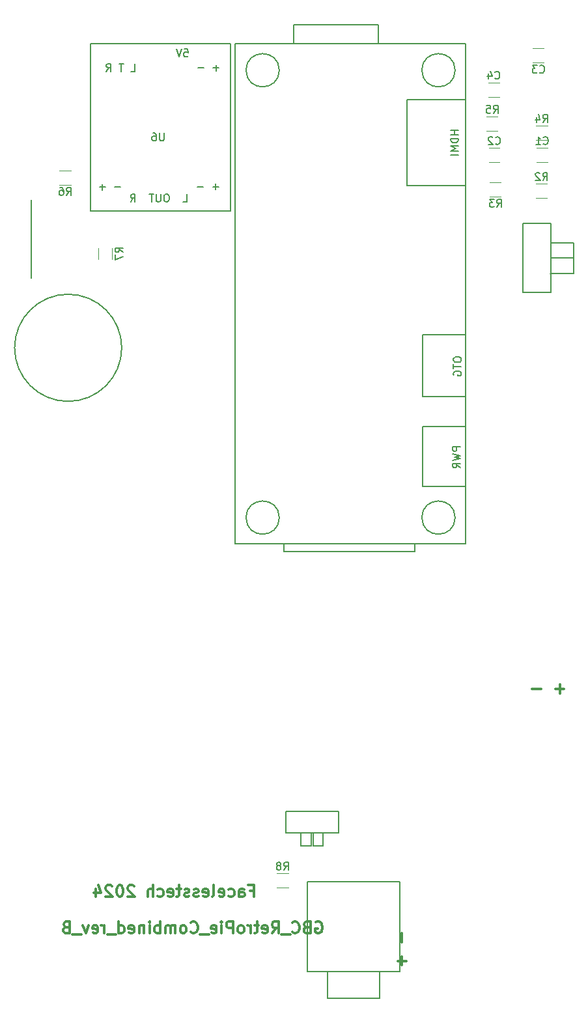
<source format=gbr>
%TF.GenerationSoftware,KiCad,Pcbnew,8.0.5*%
%TF.CreationDate,2024-11-18T11:08:29+00:00*%
%TF.ProjectId,gbc_retrozero_combined,6762635f-7265-4747-926f-7a65726f5f63,rev?*%
%TF.SameCoordinates,Original*%
%TF.FileFunction,Legend,Bot*%
%TF.FilePolarity,Positive*%
%FSLAX46Y46*%
G04 Gerber Fmt 4.6, Leading zero omitted, Abs format (unit mm)*
G04 Created by KiCad (PCBNEW 8.0.5) date 2024-11-18 11:08:29*
%MOMM*%
%LPD*%
G01*
G04 APERTURE LIST*
%ADD10C,0.300000*%
%ADD11C,0.150000*%
%ADD12C,0.120000*%
G04 APERTURE END LIST*
D10*
X136502227Y-161980894D02*
X137002227Y-161980894D01*
X137002227Y-162766608D02*
X137002227Y-161266608D01*
X137002227Y-161266608D02*
X136287941Y-161266608D01*
X135073656Y-162766608D02*
X135073656Y-161980894D01*
X135073656Y-161980894D02*
X135145084Y-161838037D01*
X135145084Y-161838037D02*
X135287941Y-161766608D01*
X135287941Y-161766608D02*
X135573656Y-161766608D01*
X135573656Y-161766608D02*
X135716513Y-161838037D01*
X135073656Y-162695180D02*
X135216513Y-162766608D01*
X135216513Y-162766608D02*
X135573656Y-162766608D01*
X135573656Y-162766608D02*
X135716513Y-162695180D01*
X135716513Y-162695180D02*
X135787941Y-162552322D01*
X135787941Y-162552322D02*
X135787941Y-162409465D01*
X135787941Y-162409465D02*
X135716513Y-162266608D01*
X135716513Y-162266608D02*
X135573656Y-162195180D01*
X135573656Y-162195180D02*
X135216513Y-162195180D01*
X135216513Y-162195180D02*
X135073656Y-162123751D01*
X133716513Y-162695180D02*
X133859370Y-162766608D01*
X133859370Y-162766608D02*
X134145084Y-162766608D01*
X134145084Y-162766608D02*
X134287941Y-162695180D01*
X134287941Y-162695180D02*
X134359370Y-162623751D01*
X134359370Y-162623751D02*
X134430798Y-162480894D01*
X134430798Y-162480894D02*
X134430798Y-162052322D01*
X134430798Y-162052322D02*
X134359370Y-161909465D01*
X134359370Y-161909465D02*
X134287941Y-161838037D01*
X134287941Y-161838037D02*
X134145084Y-161766608D01*
X134145084Y-161766608D02*
X133859370Y-161766608D01*
X133859370Y-161766608D02*
X133716513Y-161838037D01*
X132502227Y-162695180D02*
X132645084Y-162766608D01*
X132645084Y-162766608D02*
X132930799Y-162766608D01*
X132930799Y-162766608D02*
X133073656Y-162695180D01*
X133073656Y-162695180D02*
X133145084Y-162552322D01*
X133145084Y-162552322D02*
X133145084Y-161980894D01*
X133145084Y-161980894D02*
X133073656Y-161838037D01*
X133073656Y-161838037D02*
X132930799Y-161766608D01*
X132930799Y-161766608D02*
X132645084Y-161766608D01*
X132645084Y-161766608D02*
X132502227Y-161838037D01*
X132502227Y-161838037D02*
X132430799Y-161980894D01*
X132430799Y-161980894D02*
X132430799Y-162123751D01*
X132430799Y-162123751D02*
X133145084Y-162266608D01*
X131573656Y-162766608D02*
X131716513Y-162695180D01*
X131716513Y-162695180D02*
X131787942Y-162552322D01*
X131787942Y-162552322D02*
X131787942Y-161266608D01*
X130430799Y-162695180D02*
X130573656Y-162766608D01*
X130573656Y-162766608D02*
X130859371Y-162766608D01*
X130859371Y-162766608D02*
X131002228Y-162695180D01*
X131002228Y-162695180D02*
X131073656Y-162552322D01*
X131073656Y-162552322D02*
X131073656Y-161980894D01*
X131073656Y-161980894D02*
X131002228Y-161838037D01*
X131002228Y-161838037D02*
X130859371Y-161766608D01*
X130859371Y-161766608D02*
X130573656Y-161766608D01*
X130573656Y-161766608D02*
X130430799Y-161838037D01*
X130430799Y-161838037D02*
X130359371Y-161980894D01*
X130359371Y-161980894D02*
X130359371Y-162123751D01*
X130359371Y-162123751D02*
X131073656Y-162266608D01*
X129787942Y-162695180D02*
X129645085Y-162766608D01*
X129645085Y-162766608D02*
X129359371Y-162766608D01*
X129359371Y-162766608D02*
X129216514Y-162695180D01*
X129216514Y-162695180D02*
X129145085Y-162552322D01*
X129145085Y-162552322D02*
X129145085Y-162480894D01*
X129145085Y-162480894D02*
X129216514Y-162338037D01*
X129216514Y-162338037D02*
X129359371Y-162266608D01*
X129359371Y-162266608D02*
X129573657Y-162266608D01*
X129573657Y-162266608D02*
X129716514Y-162195180D01*
X129716514Y-162195180D02*
X129787942Y-162052322D01*
X129787942Y-162052322D02*
X129787942Y-161980894D01*
X129787942Y-161980894D02*
X129716514Y-161838037D01*
X129716514Y-161838037D02*
X129573657Y-161766608D01*
X129573657Y-161766608D02*
X129359371Y-161766608D01*
X129359371Y-161766608D02*
X129216514Y-161838037D01*
X128573656Y-162695180D02*
X128430799Y-162766608D01*
X128430799Y-162766608D02*
X128145085Y-162766608D01*
X128145085Y-162766608D02*
X128002228Y-162695180D01*
X128002228Y-162695180D02*
X127930799Y-162552322D01*
X127930799Y-162552322D02*
X127930799Y-162480894D01*
X127930799Y-162480894D02*
X128002228Y-162338037D01*
X128002228Y-162338037D02*
X128145085Y-162266608D01*
X128145085Y-162266608D02*
X128359371Y-162266608D01*
X128359371Y-162266608D02*
X128502228Y-162195180D01*
X128502228Y-162195180D02*
X128573656Y-162052322D01*
X128573656Y-162052322D02*
X128573656Y-161980894D01*
X128573656Y-161980894D02*
X128502228Y-161838037D01*
X128502228Y-161838037D02*
X128359371Y-161766608D01*
X128359371Y-161766608D02*
X128145085Y-161766608D01*
X128145085Y-161766608D02*
X128002228Y-161838037D01*
X127502227Y-161766608D02*
X126930799Y-161766608D01*
X127287942Y-161266608D02*
X127287942Y-162552322D01*
X127287942Y-162552322D02*
X127216513Y-162695180D01*
X127216513Y-162695180D02*
X127073656Y-162766608D01*
X127073656Y-162766608D02*
X126930799Y-162766608D01*
X125859370Y-162695180D02*
X126002227Y-162766608D01*
X126002227Y-162766608D02*
X126287942Y-162766608D01*
X126287942Y-162766608D02*
X126430799Y-162695180D01*
X126430799Y-162695180D02*
X126502227Y-162552322D01*
X126502227Y-162552322D02*
X126502227Y-161980894D01*
X126502227Y-161980894D02*
X126430799Y-161838037D01*
X126430799Y-161838037D02*
X126287942Y-161766608D01*
X126287942Y-161766608D02*
X126002227Y-161766608D01*
X126002227Y-161766608D02*
X125859370Y-161838037D01*
X125859370Y-161838037D02*
X125787942Y-161980894D01*
X125787942Y-161980894D02*
X125787942Y-162123751D01*
X125787942Y-162123751D02*
X126502227Y-162266608D01*
X124502228Y-162695180D02*
X124645085Y-162766608D01*
X124645085Y-162766608D02*
X124930799Y-162766608D01*
X124930799Y-162766608D02*
X125073656Y-162695180D01*
X125073656Y-162695180D02*
X125145085Y-162623751D01*
X125145085Y-162623751D02*
X125216513Y-162480894D01*
X125216513Y-162480894D02*
X125216513Y-162052322D01*
X125216513Y-162052322D02*
X125145085Y-161909465D01*
X125145085Y-161909465D02*
X125073656Y-161838037D01*
X125073656Y-161838037D02*
X124930799Y-161766608D01*
X124930799Y-161766608D02*
X124645085Y-161766608D01*
X124645085Y-161766608D02*
X124502228Y-161838037D01*
X123859371Y-162766608D02*
X123859371Y-161266608D01*
X123216514Y-162766608D02*
X123216514Y-161980894D01*
X123216514Y-161980894D02*
X123287942Y-161838037D01*
X123287942Y-161838037D02*
X123430799Y-161766608D01*
X123430799Y-161766608D02*
X123645085Y-161766608D01*
X123645085Y-161766608D02*
X123787942Y-161838037D01*
X123787942Y-161838037D02*
X123859371Y-161909465D01*
X121430799Y-161409465D02*
X121359371Y-161338037D01*
X121359371Y-161338037D02*
X121216514Y-161266608D01*
X121216514Y-161266608D02*
X120859371Y-161266608D01*
X120859371Y-161266608D02*
X120716514Y-161338037D01*
X120716514Y-161338037D02*
X120645085Y-161409465D01*
X120645085Y-161409465D02*
X120573656Y-161552322D01*
X120573656Y-161552322D02*
X120573656Y-161695180D01*
X120573656Y-161695180D02*
X120645085Y-161909465D01*
X120645085Y-161909465D02*
X121502228Y-162766608D01*
X121502228Y-162766608D02*
X120573656Y-162766608D01*
X119645085Y-161266608D02*
X119502228Y-161266608D01*
X119502228Y-161266608D02*
X119359371Y-161338037D01*
X119359371Y-161338037D02*
X119287943Y-161409465D01*
X119287943Y-161409465D02*
X119216514Y-161552322D01*
X119216514Y-161552322D02*
X119145085Y-161838037D01*
X119145085Y-161838037D02*
X119145085Y-162195180D01*
X119145085Y-162195180D02*
X119216514Y-162480894D01*
X119216514Y-162480894D02*
X119287943Y-162623751D01*
X119287943Y-162623751D02*
X119359371Y-162695180D01*
X119359371Y-162695180D02*
X119502228Y-162766608D01*
X119502228Y-162766608D02*
X119645085Y-162766608D01*
X119645085Y-162766608D02*
X119787943Y-162695180D01*
X119787943Y-162695180D02*
X119859371Y-162623751D01*
X119859371Y-162623751D02*
X119930800Y-162480894D01*
X119930800Y-162480894D02*
X120002228Y-162195180D01*
X120002228Y-162195180D02*
X120002228Y-161838037D01*
X120002228Y-161838037D02*
X119930800Y-161552322D01*
X119930800Y-161552322D02*
X119859371Y-161409465D01*
X119859371Y-161409465D02*
X119787943Y-161338037D01*
X119787943Y-161338037D02*
X119645085Y-161266608D01*
X118573657Y-161409465D02*
X118502229Y-161338037D01*
X118502229Y-161338037D02*
X118359372Y-161266608D01*
X118359372Y-161266608D02*
X118002229Y-161266608D01*
X118002229Y-161266608D02*
X117859372Y-161338037D01*
X117859372Y-161338037D02*
X117787943Y-161409465D01*
X117787943Y-161409465D02*
X117716514Y-161552322D01*
X117716514Y-161552322D02*
X117716514Y-161695180D01*
X117716514Y-161695180D02*
X117787943Y-161909465D01*
X117787943Y-161909465D02*
X118645086Y-162766608D01*
X118645086Y-162766608D02*
X117716514Y-162766608D01*
X116430801Y-161766608D02*
X116430801Y-162766608D01*
X116787943Y-161195180D02*
X117145086Y-162266608D01*
X117145086Y-162266608D02*
X116216515Y-162266608D01*
X173194510Y-135739400D02*
X174337368Y-135739400D01*
X176194510Y-135739400D02*
X177337368Y-135739400D01*
X176765939Y-136310828D02*
X176765939Y-135167971D01*
X156270600Y-167534510D02*
X156270600Y-168677368D01*
X156270600Y-170534510D02*
X156270600Y-171677368D01*
X155699171Y-171105939D02*
X156842028Y-171105939D01*
X145068398Y-166075137D02*
X145211256Y-166003708D01*
X145211256Y-166003708D02*
X145425541Y-166003708D01*
X145425541Y-166003708D02*
X145639827Y-166075137D01*
X145639827Y-166075137D02*
X145782684Y-166217994D01*
X145782684Y-166217994D02*
X145854113Y-166360851D01*
X145854113Y-166360851D02*
X145925541Y-166646565D01*
X145925541Y-166646565D02*
X145925541Y-166860851D01*
X145925541Y-166860851D02*
X145854113Y-167146565D01*
X145854113Y-167146565D02*
X145782684Y-167289422D01*
X145782684Y-167289422D02*
X145639827Y-167432280D01*
X145639827Y-167432280D02*
X145425541Y-167503708D01*
X145425541Y-167503708D02*
X145282684Y-167503708D01*
X145282684Y-167503708D02*
X145068398Y-167432280D01*
X145068398Y-167432280D02*
X144996970Y-167360851D01*
X144996970Y-167360851D02*
X144996970Y-166860851D01*
X144996970Y-166860851D02*
X145282684Y-166860851D01*
X143854113Y-166717994D02*
X143639827Y-166789422D01*
X143639827Y-166789422D02*
X143568398Y-166860851D01*
X143568398Y-166860851D02*
X143496970Y-167003708D01*
X143496970Y-167003708D02*
X143496970Y-167217994D01*
X143496970Y-167217994D02*
X143568398Y-167360851D01*
X143568398Y-167360851D02*
X143639827Y-167432280D01*
X143639827Y-167432280D02*
X143782684Y-167503708D01*
X143782684Y-167503708D02*
X144354113Y-167503708D01*
X144354113Y-167503708D02*
X144354113Y-166003708D01*
X144354113Y-166003708D02*
X143854113Y-166003708D01*
X143854113Y-166003708D02*
X143711256Y-166075137D01*
X143711256Y-166075137D02*
X143639827Y-166146565D01*
X143639827Y-166146565D02*
X143568398Y-166289422D01*
X143568398Y-166289422D02*
X143568398Y-166432280D01*
X143568398Y-166432280D02*
X143639827Y-166575137D01*
X143639827Y-166575137D02*
X143711256Y-166646565D01*
X143711256Y-166646565D02*
X143854113Y-166717994D01*
X143854113Y-166717994D02*
X144354113Y-166717994D01*
X141996970Y-167360851D02*
X142068398Y-167432280D01*
X142068398Y-167432280D02*
X142282684Y-167503708D01*
X142282684Y-167503708D02*
X142425541Y-167503708D01*
X142425541Y-167503708D02*
X142639827Y-167432280D01*
X142639827Y-167432280D02*
X142782684Y-167289422D01*
X142782684Y-167289422D02*
X142854113Y-167146565D01*
X142854113Y-167146565D02*
X142925541Y-166860851D01*
X142925541Y-166860851D02*
X142925541Y-166646565D01*
X142925541Y-166646565D02*
X142854113Y-166360851D01*
X142854113Y-166360851D02*
X142782684Y-166217994D01*
X142782684Y-166217994D02*
X142639827Y-166075137D01*
X142639827Y-166075137D02*
X142425541Y-166003708D01*
X142425541Y-166003708D02*
X142282684Y-166003708D01*
X142282684Y-166003708D02*
X142068398Y-166075137D01*
X142068398Y-166075137D02*
X141996970Y-166146565D01*
X141711256Y-167646565D02*
X140568398Y-167646565D01*
X139354113Y-167503708D02*
X139854113Y-166789422D01*
X140211256Y-167503708D02*
X140211256Y-166003708D01*
X140211256Y-166003708D02*
X139639827Y-166003708D01*
X139639827Y-166003708D02*
X139496970Y-166075137D01*
X139496970Y-166075137D02*
X139425541Y-166146565D01*
X139425541Y-166146565D02*
X139354113Y-166289422D01*
X139354113Y-166289422D02*
X139354113Y-166503708D01*
X139354113Y-166503708D02*
X139425541Y-166646565D01*
X139425541Y-166646565D02*
X139496970Y-166717994D01*
X139496970Y-166717994D02*
X139639827Y-166789422D01*
X139639827Y-166789422D02*
X140211256Y-166789422D01*
X138139827Y-167432280D02*
X138282684Y-167503708D01*
X138282684Y-167503708D02*
X138568399Y-167503708D01*
X138568399Y-167503708D02*
X138711256Y-167432280D01*
X138711256Y-167432280D02*
X138782684Y-167289422D01*
X138782684Y-167289422D02*
X138782684Y-166717994D01*
X138782684Y-166717994D02*
X138711256Y-166575137D01*
X138711256Y-166575137D02*
X138568399Y-166503708D01*
X138568399Y-166503708D02*
X138282684Y-166503708D01*
X138282684Y-166503708D02*
X138139827Y-166575137D01*
X138139827Y-166575137D02*
X138068399Y-166717994D01*
X138068399Y-166717994D02*
X138068399Y-166860851D01*
X138068399Y-166860851D02*
X138782684Y-167003708D01*
X137639827Y-166503708D02*
X137068399Y-166503708D01*
X137425542Y-166003708D02*
X137425542Y-167289422D01*
X137425542Y-167289422D02*
X137354113Y-167432280D01*
X137354113Y-167432280D02*
X137211256Y-167503708D01*
X137211256Y-167503708D02*
X137068399Y-167503708D01*
X136568399Y-167503708D02*
X136568399Y-166503708D01*
X136568399Y-166789422D02*
X136496970Y-166646565D01*
X136496970Y-166646565D02*
X136425542Y-166575137D01*
X136425542Y-166575137D02*
X136282684Y-166503708D01*
X136282684Y-166503708D02*
X136139827Y-166503708D01*
X135425542Y-167503708D02*
X135568399Y-167432280D01*
X135568399Y-167432280D02*
X135639828Y-167360851D01*
X135639828Y-167360851D02*
X135711256Y-167217994D01*
X135711256Y-167217994D02*
X135711256Y-166789422D01*
X135711256Y-166789422D02*
X135639828Y-166646565D01*
X135639828Y-166646565D02*
X135568399Y-166575137D01*
X135568399Y-166575137D02*
X135425542Y-166503708D01*
X135425542Y-166503708D02*
X135211256Y-166503708D01*
X135211256Y-166503708D02*
X135068399Y-166575137D01*
X135068399Y-166575137D02*
X134996971Y-166646565D01*
X134996971Y-166646565D02*
X134925542Y-166789422D01*
X134925542Y-166789422D02*
X134925542Y-167217994D01*
X134925542Y-167217994D02*
X134996971Y-167360851D01*
X134996971Y-167360851D02*
X135068399Y-167432280D01*
X135068399Y-167432280D02*
X135211256Y-167503708D01*
X135211256Y-167503708D02*
X135425542Y-167503708D01*
X134282685Y-167503708D02*
X134282685Y-166003708D01*
X134282685Y-166003708D02*
X133711256Y-166003708D01*
X133711256Y-166003708D02*
X133568399Y-166075137D01*
X133568399Y-166075137D02*
X133496970Y-166146565D01*
X133496970Y-166146565D02*
X133425542Y-166289422D01*
X133425542Y-166289422D02*
X133425542Y-166503708D01*
X133425542Y-166503708D02*
X133496970Y-166646565D01*
X133496970Y-166646565D02*
X133568399Y-166717994D01*
X133568399Y-166717994D02*
X133711256Y-166789422D01*
X133711256Y-166789422D02*
X134282685Y-166789422D01*
X132782685Y-167503708D02*
X132782685Y-166503708D01*
X132782685Y-166003708D02*
X132854113Y-166075137D01*
X132854113Y-166075137D02*
X132782685Y-166146565D01*
X132782685Y-166146565D02*
X132711256Y-166075137D01*
X132711256Y-166075137D02*
X132782685Y-166003708D01*
X132782685Y-166003708D02*
X132782685Y-166146565D01*
X131496970Y-167432280D02*
X131639827Y-167503708D01*
X131639827Y-167503708D02*
X131925542Y-167503708D01*
X131925542Y-167503708D02*
X132068399Y-167432280D01*
X132068399Y-167432280D02*
X132139827Y-167289422D01*
X132139827Y-167289422D02*
X132139827Y-166717994D01*
X132139827Y-166717994D02*
X132068399Y-166575137D01*
X132068399Y-166575137D02*
X131925542Y-166503708D01*
X131925542Y-166503708D02*
X131639827Y-166503708D01*
X131639827Y-166503708D02*
X131496970Y-166575137D01*
X131496970Y-166575137D02*
X131425542Y-166717994D01*
X131425542Y-166717994D02*
X131425542Y-166860851D01*
X131425542Y-166860851D02*
X132139827Y-167003708D01*
X131139828Y-167646565D02*
X129996970Y-167646565D01*
X128782685Y-167360851D02*
X128854113Y-167432280D01*
X128854113Y-167432280D02*
X129068399Y-167503708D01*
X129068399Y-167503708D02*
X129211256Y-167503708D01*
X129211256Y-167503708D02*
X129425542Y-167432280D01*
X129425542Y-167432280D02*
X129568399Y-167289422D01*
X129568399Y-167289422D02*
X129639828Y-167146565D01*
X129639828Y-167146565D02*
X129711256Y-166860851D01*
X129711256Y-166860851D02*
X129711256Y-166646565D01*
X129711256Y-166646565D02*
X129639828Y-166360851D01*
X129639828Y-166360851D02*
X129568399Y-166217994D01*
X129568399Y-166217994D02*
X129425542Y-166075137D01*
X129425542Y-166075137D02*
X129211256Y-166003708D01*
X129211256Y-166003708D02*
X129068399Y-166003708D01*
X129068399Y-166003708D02*
X128854113Y-166075137D01*
X128854113Y-166075137D02*
X128782685Y-166146565D01*
X127925542Y-167503708D02*
X128068399Y-167432280D01*
X128068399Y-167432280D02*
X128139828Y-167360851D01*
X128139828Y-167360851D02*
X128211256Y-167217994D01*
X128211256Y-167217994D02*
X128211256Y-166789422D01*
X128211256Y-166789422D02*
X128139828Y-166646565D01*
X128139828Y-166646565D02*
X128068399Y-166575137D01*
X128068399Y-166575137D02*
X127925542Y-166503708D01*
X127925542Y-166503708D02*
X127711256Y-166503708D01*
X127711256Y-166503708D02*
X127568399Y-166575137D01*
X127568399Y-166575137D02*
X127496971Y-166646565D01*
X127496971Y-166646565D02*
X127425542Y-166789422D01*
X127425542Y-166789422D02*
X127425542Y-167217994D01*
X127425542Y-167217994D02*
X127496971Y-167360851D01*
X127496971Y-167360851D02*
X127568399Y-167432280D01*
X127568399Y-167432280D02*
X127711256Y-167503708D01*
X127711256Y-167503708D02*
X127925542Y-167503708D01*
X126782685Y-167503708D02*
X126782685Y-166503708D01*
X126782685Y-166646565D02*
X126711256Y-166575137D01*
X126711256Y-166575137D02*
X126568399Y-166503708D01*
X126568399Y-166503708D02*
X126354113Y-166503708D01*
X126354113Y-166503708D02*
X126211256Y-166575137D01*
X126211256Y-166575137D02*
X126139828Y-166717994D01*
X126139828Y-166717994D02*
X126139828Y-167503708D01*
X126139828Y-166717994D02*
X126068399Y-166575137D01*
X126068399Y-166575137D02*
X125925542Y-166503708D01*
X125925542Y-166503708D02*
X125711256Y-166503708D01*
X125711256Y-166503708D02*
X125568399Y-166575137D01*
X125568399Y-166575137D02*
X125496970Y-166717994D01*
X125496970Y-166717994D02*
X125496970Y-167503708D01*
X124782685Y-167503708D02*
X124782685Y-166003708D01*
X124782685Y-166575137D02*
X124639828Y-166503708D01*
X124639828Y-166503708D02*
X124354113Y-166503708D01*
X124354113Y-166503708D02*
X124211256Y-166575137D01*
X124211256Y-166575137D02*
X124139828Y-166646565D01*
X124139828Y-166646565D02*
X124068399Y-166789422D01*
X124068399Y-166789422D02*
X124068399Y-167217994D01*
X124068399Y-167217994D02*
X124139828Y-167360851D01*
X124139828Y-167360851D02*
X124211256Y-167432280D01*
X124211256Y-167432280D02*
X124354113Y-167503708D01*
X124354113Y-167503708D02*
X124639828Y-167503708D01*
X124639828Y-167503708D02*
X124782685Y-167432280D01*
X123425542Y-167503708D02*
X123425542Y-166503708D01*
X123425542Y-166003708D02*
X123496970Y-166075137D01*
X123496970Y-166075137D02*
X123425542Y-166146565D01*
X123425542Y-166146565D02*
X123354113Y-166075137D01*
X123354113Y-166075137D02*
X123425542Y-166003708D01*
X123425542Y-166003708D02*
X123425542Y-166146565D01*
X122711256Y-166503708D02*
X122711256Y-167503708D01*
X122711256Y-166646565D02*
X122639827Y-166575137D01*
X122639827Y-166575137D02*
X122496970Y-166503708D01*
X122496970Y-166503708D02*
X122282684Y-166503708D01*
X122282684Y-166503708D02*
X122139827Y-166575137D01*
X122139827Y-166575137D02*
X122068399Y-166717994D01*
X122068399Y-166717994D02*
X122068399Y-167503708D01*
X120782684Y-167432280D02*
X120925541Y-167503708D01*
X120925541Y-167503708D02*
X121211256Y-167503708D01*
X121211256Y-167503708D02*
X121354113Y-167432280D01*
X121354113Y-167432280D02*
X121425541Y-167289422D01*
X121425541Y-167289422D02*
X121425541Y-166717994D01*
X121425541Y-166717994D02*
X121354113Y-166575137D01*
X121354113Y-166575137D02*
X121211256Y-166503708D01*
X121211256Y-166503708D02*
X120925541Y-166503708D01*
X120925541Y-166503708D02*
X120782684Y-166575137D01*
X120782684Y-166575137D02*
X120711256Y-166717994D01*
X120711256Y-166717994D02*
X120711256Y-166860851D01*
X120711256Y-166860851D02*
X121425541Y-167003708D01*
X119425542Y-167503708D02*
X119425542Y-166003708D01*
X119425542Y-167432280D02*
X119568399Y-167503708D01*
X119568399Y-167503708D02*
X119854113Y-167503708D01*
X119854113Y-167503708D02*
X119996970Y-167432280D01*
X119996970Y-167432280D02*
X120068399Y-167360851D01*
X120068399Y-167360851D02*
X120139827Y-167217994D01*
X120139827Y-167217994D02*
X120139827Y-166789422D01*
X120139827Y-166789422D02*
X120068399Y-166646565D01*
X120068399Y-166646565D02*
X119996970Y-166575137D01*
X119996970Y-166575137D02*
X119854113Y-166503708D01*
X119854113Y-166503708D02*
X119568399Y-166503708D01*
X119568399Y-166503708D02*
X119425542Y-166575137D01*
X119068399Y-167646565D02*
X117925541Y-167646565D01*
X117568399Y-167503708D02*
X117568399Y-166503708D01*
X117568399Y-166789422D02*
X117496970Y-166646565D01*
X117496970Y-166646565D02*
X117425542Y-166575137D01*
X117425542Y-166575137D02*
X117282684Y-166503708D01*
X117282684Y-166503708D02*
X117139827Y-166503708D01*
X116068399Y-167432280D02*
X116211256Y-167503708D01*
X116211256Y-167503708D02*
X116496971Y-167503708D01*
X116496971Y-167503708D02*
X116639828Y-167432280D01*
X116639828Y-167432280D02*
X116711256Y-167289422D01*
X116711256Y-167289422D02*
X116711256Y-166717994D01*
X116711256Y-166717994D02*
X116639828Y-166575137D01*
X116639828Y-166575137D02*
X116496971Y-166503708D01*
X116496971Y-166503708D02*
X116211256Y-166503708D01*
X116211256Y-166503708D02*
X116068399Y-166575137D01*
X116068399Y-166575137D02*
X115996971Y-166717994D01*
X115996971Y-166717994D02*
X115996971Y-166860851D01*
X115996971Y-166860851D02*
X116711256Y-167003708D01*
X115496971Y-166503708D02*
X115139828Y-167503708D01*
X115139828Y-167503708D02*
X114782685Y-166503708D01*
X114568400Y-167646565D02*
X113425542Y-167646565D01*
X112568400Y-166717994D02*
X112354114Y-166789422D01*
X112354114Y-166789422D02*
X112282685Y-166860851D01*
X112282685Y-166860851D02*
X112211257Y-167003708D01*
X112211257Y-167003708D02*
X112211257Y-167217994D01*
X112211257Y-167217994D02*
X112282685Y-167360851D01*
X112282685Y-167360851D02*
X112354114Y-167432280D01*
X112354114Y-167432280D02*
X112496971Y-167503708D01*
X112496971Y-167503708D02*
X113068400Y-167503708D01*
X113068400Y-167503708D02*
X113068400Y-166003708D01*
X113068400Y-166003708D02*
X112568400Y-166003708D01*
X112568400Y-166003708D02*
X112425543Y-166075137D01*
X112425543Y-166075137D02*
X112354114Y-166146565D01*
X112354114Y-166146565D02*
X112282685Y-166289422D01*
X112282685Y-166289422D02*
X112282685Y-166432280D01*
X112282685Y-166432280D02*
X112354114Y-166575137D01*
X112354114Y-166575137D02*
X112425543Y-166646565D01*
X112425543Y-166646565D02*
X112568400Y-166717994D01*
X112568400Y-166717994D02*
X113068400Y-166717994D01*
D11*
X162959619Y-92819409D02*
X162959619Y-93009885D01*
X162959619Y-93009885D02*
X163007238Y-93105123D01*
X163007238Y-93105123D02*
X163102476Y-93200361D01*
X163102476Y-93200361D02*
X163292952Y-93247980D01*
X163292952Y-93247980D02*
X163626285Y-93247980D01*
X163626285Y-93247980D02*
X163816761Y-93200361D01*
X163816761Y-93200361D02*
X163912000Y-93105123D01*
X163912000Y-93105123D02*
X163959619Y-93009885D01*
X163959619Y-93009885D02*
X163959619Y-92819409D01*
X163959619Y-92819409D02*
X163912000Y-92724171D01*
X163912000Y-92724171D02*
X163816761Y-92628933D01*
X163816761Y-92628933D02*
X163626285Y-92581314D01*
X163626285Y-92581314D02*
X163292952Y-92581314D01*
X163292952Y-92581314D02*
X163102476Y-92628933D01*
X163102476Y-92628933D02*
X163007238Y-92724171D01*
X163007238Y-92724171D02*
X162959619Y-92819409D01*
X162959619Y-93533695D02*
X162959619Y-94105123D01*
X163959619Y-93819409D02*
X162959619Y-93819409D01*
X163007238Y-94962266D02*
X162959619Y-94867028D01*
X162959619Y-94867028D02*
X162959619Y-94724171D01*
X162959619Y-94724171D02*
X163007238Y-94581314D01*
X163007238Y-94581314D02*
X163102476Y-94486076D01*
X163102476Y-94486076D02*
X163197714Y-94438457D01*
X163197714Y-94438457D02*
X163388190Y-94390838D01*
X163388190Y-94390838D02*
X163531047Y-94390838D01*
X163531047Y-94390838D02*
X163721523Y-94438457D01*
X163721523Y-94438457D02*
X163816761Y-94486076D01*
X163816761Y-94486076D02*
X163912000Y-94581314D01*
X163912000Y-94581314D02*
X163959619Y-94724171D01*
X163959619Y-94724171D02*
X163959619Y-94819409D01*
X163959619Y-94819409D02*
X163912000Y-94962266D01*
X163912000Y-94962266D02*
X163864380Y-95009885D01*
X163864380Y-95009885D02*
X163531047Y-95009885D01*
X163531047Y-95009885D02*
X163531047Y-94819409D01*
X163832619Y-104273267D02*
X162832619Y-104273267D01*
X162832619Y-104273267D02*
X162832619Y-104654219D01*
X162832619Y-104654219D02*
X162880238Y-104749457D01*
X162880238Y-104749457D02*
X162927857Y-104797076D01*
X162927857Y-104797076D02*
X163023095Y-104844695D01*
X163023095Y-104844695D02*
X163165952Y-104844695D01*
X163165952Y-104844695D02*
X163261190Y-104797076D01*
X163261190Y-104797076D02*
X163308809Y-104749457D01*
X163308809Y-104749457D02*
X163356428Y-104654219D01*
X163356428Y-104654219D02*
X163356428Y-104273267D01*
X162832619Y-105178029D02*
X163832619Y-105416124D01*
X163832619Y-105416124D02*
X163118333Y-105606600D01*
X163118333Y-105606600D02*
X163832619Y-105797076D01*
X163832619Y-105797076D02*
X162832619Y-106035172D01*
X163832619Y-106987552D02*
X163356428Y-106654219D01*
X163832619Y-106416124D02*
X162832619Y-106416124D01*
X162832619Y-106416124D02*
X162832619Y-106797076D01*
X162832619Y-106797076D02*
X162880238Y-106892314D01*
X162880238Y-106892314D02*
X162927857Y-106939933D01*
X162927857Y-106939933D02*
X163023095Y-106987552D01*
X163023095Y-106987552D02*
X163165952Y-106987552D01*
X163165952Y-106987552D02*
X163261190Y-106939933D01*
X163261190Y-106939933D02*
X163308809Y-106892314D01*
X163308809Y-106892314D02*
X163356428Y-106797076D01*
X163356428Y-106797076D02*
X163356428Y-106416124D01*
X163578619Y-63117362D02*
X162578619Y-63117362D01*
X163054809Y-63117362D02*
X163054809Y-63688790D01*
X163578619Y-63688790D02*
X162578619Y-63688790D01*
X163578619Y-64164981D02*
X162578619Y-64164981D01*
X162578619Y-64164981D02*
X162578619Y-64403076D01*
X162578619Y-64403076D02*
X162626238Y-64545933D01*
X162626238Y-64545933D02*
X162721476Y-64641171D01*
X162721476Y-64641171D02*
X162816714Y-64688790D01*
X162816714Y-64688790D02*
X163007190Y-64736409D01*
X163007190Y-64736409D02*
X163150047Y-64736409D01*
X163150047Y-64736409D02*
X163340523Y-64688790D01*
X163340523Y-64688790D02*
X163435761Y-64641171D01*
X163435761Y-64641171D02*
X163531000Y-64545933D01*
X163531000Y-64545933D02*
X163578619Y-64403076D01*
X163578619Y-64403076D02*
X163578619Y-64164981D01*
X163578619Y-65164981D02*
X162578619Y-65164981D01*
X162578619Y-65164981D02*
X163292904Y-65498314D01*
X163292904Y-65498314D02*
X162578619Y-65831647D01*
X162578619Y-65831647D02*
X163578619Y-65831647D01*
X163578619Y-66307838D02*
X162578619Y-66307838D01*
X168578966Y-73092419D02*
X168912299Y-72616228D01*
X169150394Y-73092419D02*
X169150394Y-72092419D01*
X169150394Y-72092419D02*
X168769442Y-72092419D01*
X168769442Y-72092419D02*
X168674204Y-72140038D01*
X168674204Y-72140038D02*
X168626585Y-72187657D01*
X168626585Y-72187657D02*
X168578966Y-72282895D01*
X168578966Y-72282895D02*
X168578966Y-72425752D01*
X168578966Y-72425752D02*
X168626585Y-72520990D01*
X168626585Y-72520990D02*
X168674204Y-72568609D01*
X168674204Y-72568609D02*
X168769442Y-72616228D01*
X168769442Y-72616228D02*
X169150394Y-72616228D01*
X168245632Y-72092419D02*
X167626585Y-72092419D01*
X167626585Y-72092419D02*
X167959918Y-72473371D01*
X167959918Y-72473371D02*
X167817061Y-72473371D01*
X167817061Y-72473371D02*
X167721823Y-72520990D01*
X167721823Y-72520990D02*
X167674204Y-72568609D01*
X167674204Y-72568609D02*
X167626585Y-72663847D01*
X167626585Y-72663847D02*
X167626585Y-72901942D01*
X167626585Y-72901942D02*
X167674204Y-72997180D01*
X167674204Y-72997180D02*
X167721823Y-73044800D01*
X167721823Y-73044800D02*
X167817061Y-73092419D01*
X167817061Y-73092419D02*
X168102775Y-73092419D01*
X168102775Y-73092419D02*
X168198013Y-73044800D01*
X168198013Y-73044800D02*
X168245632Y-72997180D01*
X140899346Y-159285459D02*
X141232679Y-158809268D01*
X141470774Y-159285459D02*
X141470774Y-158285459D01*
X141470774Y-158285459D02*
X141089822Y-158285459D01*
X141089822Y-158285459D02*
X140994584Y-158333078D01*
X140994584Y-158333078D02*
X140946965Y-158380697D01*
X140946965Y-158380697D02*
X140899346Y-158475935D01*
X140899346Y-158475935D02*
X140899346Y-158618792D01*
X140899346Y-158618792D02*
X140946965Y-158714030D01*
X140946965Y-158714030D02*
X140994584Y-158761649D01*
X140994584Y-158761649D02*
X141089822Y-158809268D01*
X141089822Y-158809268D02*
X141470774Y-158809268D01*
X140327917Y-158714030D02*
X140423155Y-158666411D01*
X140423155Y-158666411D02*
X140470774Y-158618792D01*
X140470774Y-158618792D02*
X140518393Y-158523554D01*
X140518393Y-158523554D02*
X140518393Y-158475935D01*
X140518393Y-158475935D02*
X140470774Y-158380697D01*
X140470774Y-158380697D02*
X140423155Y-158333078D01*
X140423155Y-158333078D02*
X140327917Y-158285459D01*
X140327917Y-158285459D02*
X140137441Y-158285459D01*
X140137441Y-158285459D02*
X140042203Y-158333078D01*
X140042203Y-158333078D02*
X139994584Y-158380697D01*
X139994584Y-158380697D02*
X139946965Y-158475935D01*
X139946965Y-158475935D02*
X139946965Y-158523554D01*
X139946965Y-158523554D02*
X139994584Y-158618792D01*
X139994584Y-158618792D02*
X140042203Y-158666411D01*
X140042203Y-158666411D02*
X140137441Y-158714030D01*
X140137441Y-158714030D02*
X140327917Y-158714030D01*
X140327917Y-158714030D02*
X140423155Y-158761649D01*
X140423155Y-158761649D02*
X140470774Y-158809268D01*
X140470774Y-158809268D02*
X140518393Y-158904506D01*
X140518393Y-158904506D02*
X140518393Y-159094982D01*
X140518393Y-159094982D02*
X140470774Y-159190220D01*
X140470774Y-159190220D02*
X140423155Y-159237840D01*
X140423155Y-159237840D02*
X140327917Y-159285459D01*
X140327917Y-159285459D02*
X140137441Y-159285459D01*
X140137441Y-159285459D02*
X140042203Y-159237840D01*
X140042203Y-159237840D02*
X139994584Y-159190220D01*
X139994584Y-159190220D02*
X139946965Y-159094982D01*
X139946965Y-159094982D02*
X139946965Y-158904506D01*
X139946965Y-158904506D02*
X139994584Y-158809268D01*
X139994584Y-158809268D02*
X140042203Y-158761649D01*
X140042203Y-158761649D02*
X140137441Y-158714030D01*
X174643966Y-64847180D02*
X174691585Y-64894800D01*
X174691585Y-64894800D02*
X174834442Y-64942419D01*
X174834442Y-64942419D02*
X174929680Y-64942419D01*
X174929680Y-64942419D02*
X175072537Y-64894800D01*
X175072537Y-64894800D02*
X175167775Y-64799561D01*
X175167775Y-64799561D02*
X175215394Y-64704323D01*
X175215394Y-64704323D02*
X175263013Y-64513847D01*
X175263013Y-64513847D02*
X175263013Y-64370990D01*
X175263013Y-64370990D02*
X175215394Y-64180514D01*
X175215394Y-64180514D02*
X175167775Y-64085276D01*
X175167775Y-64085276D02*
X175072537Y-63990038D01*
X175072537Y-63990038D02*
X174929680Y-63942419D01*
X174929680Y-63942419D02*
X174834442Y-63942419D01*
X174834442Y-63942419D02*
X174691585Y-63990038D01*
X174691585Y-63990038D02*
X174643966Y-64037657D01*
X173691585Y-64942419D02*
X174263013Y-64942419D01*
X173977299Y-64942419D02*
X173977299Y-63942419D01*
X173977299Y-63942419D02*
X174072537Y-64085276D01*
X174072537Y-64085276D02*
X174167775Y-64180514D01*
X174167775Y-64180514D02*
X174263013Y-64228133D01*
X174158966Y-55567180D02*
X174206585Y-55614800D01*
X174206585Y-55614800D02*
X174349442Y-55662419D01*
X174349442Y-55662419D02*
X174444680Y-55662419D01*
X174444680Y-55662419D02*
X174587537Y-55614800D01*
X174587537Y-55614800D02*
X174682775Y-55519561D01*
X174682775Y-55519561D02*
X174730394Y-55424323D01*
X174730394Y-55424323D02*
X174778013Y-55233847D01*
X174778013Y-55233847D02*
X174778013Y-55090990D01*
X174778013Y-55090990D02*
X174730394Y-54900514D01*
X174730394Y-54900514D02*
X174682775Y-54805276D01*
X174682775Y-54805276D02*
X174587537Y-54710038D01*
X174587537Y-54710038D02*
X174444680Y-54662419D01*
X174444680Y-54662419D02*
X174349442Y-54662419D01*
X174349442Y-54662419D02*
X174206585Y-54710038D01*
X174206585Y-54710038D02*
X174158966Y-54757657D01*
X173825632Y-54662419D02*
X173206585Y-54662419D01*
X173206585Y-54662419D02*
X173539918Y-55043371D01*
X173539918Y-55043371D02*
X173397061Y-55043371D01*
X173397061Y-55043371D02*
X173301823Y-55090990D01*
X173301823Y-55090990D02*
X173254204Y-55138609D01*
X173254204Y-55138609D02*
X173206585Y-55233847D01*
X173206585Y-55233847D02*
X173206585Y-55471942D01*
X173206585Y-55471942D02*
X173254204Y-55567180D01*
X173254204Y-55567180D02*
X173301823Y-55614800D01*
X173301823Y-55614800D02*
X173397061Y-55662419D01*
X173397061Y-55662419D02*
X173682775Y-55662419D01*
X173682775Y-55662419D02*
X173778013Y-55614800D01*
X173778013Y-55614800D02*
X173825632Y-55567180D01*
X112628966Y-71542419D02*
X112962299Y-71066228D01*
X113200394Y-71542419D02*
X113200394Y-70542419D01*
X113200394Y-70542419D02*
X112819442Y-70542419D01*
X112819442Y-70542419D02*
X112724204Y-70590038D01*
X112724204Y-70590038D02*
X112676585Y-70637657D01*
X112676585Y-70637657D02*
X112628966Y-70732895D01*
X112628966Y-70732895D02*
X112628966Y-70875752D01*
X112628966Y-70875752D02*
X112676585Y-70970990D01*
X112676585Y-70970990D02*
X112724204Y-71018609D01*
X112724204Y-71018609D02*
X112819442Y-71066228D01*
X112819442Y-71066228D02*
X113200394Y-71066228D01*
X111771823Y-70542419D02*
X111962299Y-70542419D01*
X111962299Y-70542419D02*
X112057537Y-70590038D01*
X112057537Y-70590038D02*
X112105156Y-70637657D01*
X112105156Y-70637657D02*
X112200394Y-70780514D01*
X112200394Y-70780514D02*
X112248013Y-70970990D01*
X112248013Y-70970990D02*
X112248013Y-71351942D01*
X112248013Y-71351942D02*
X112200394Y-71447180D01*
X112200394Y-71447180D02*
X112152775Y-71494800D01*
X112152775Y-71494800D02*
X112057537Y-71542419D01*
X112057537Y-71542419D02*
X111867061Y-71542419D01*
X111867061Y-71542419D02*
X111771823Y-71494800D01*
X111771823Y-71494800D02*
X111724204Y-71447180D01*
X111724204Y-71447180D02*
X111676585Y-71351942D01*
X111676585Y-71351942D02*
X111676585Y-71113847D01*
X111676585Y-71113847D02*
X111724204Y-71018609D01*
X111724204Y-71018609D02*
X111771823Y-70970990D01*
X111771823Y-70970990D02*
X111867061Y-70923371D01*
X111867061Y-70923371D02*
X112057537Y-70923371D01*
X112057537Y-70923371D02*
X112152775Y-70970990D01*
X112152775Y-70970990D02*
X112200394Y-71018609D01*
X112200394Y-71018609D02*
X112248013Y-71113847D01*
X168348966Y-56347180D02*
X168396585Y-56394800D01*
X168396585Y-56394800D02*
X168539442Y-56442419D01*
X168539442Y-56442419D02*
X168634680Y-56442419D01*
X168634680Y-56442419D02*
X168777537Y-56394800D01*
X168777537Y-56394800D02*
X168872775Y-56299561D01*
X168872775Y-56299561D02*
X168920394Y-56204323D01*
X168920394Y-56204323D02*
X168968013Y-56013847D01*
X168968013Y-56013847D02*
X168968013Y-55870990D01*
X168968013Y-55870990D02*
X168920394Y-55680514D01*
X168920394Y-55680514D02*
X168872775Y-55585276D01*
X168872775Y-55585276D02*
X168777537Y-55490038D01*
X168777537Y-55490038D02*
X168634680Y-55442419D01*
X168634680Y-55442419D02*
X168539442Y-55442419D01*
X168539442Y-55442419D02*
X168396585Y-55490038D01*
X168396585Y-55490038D02*
X168348966Y-55537657D01*
X167491823Y-55775752D02*
X167491823Y-56442419D01*
X167729918Y-55394800D02*
X167968013Y-56109085D01*
X167968013Y-56109085D02*
X167348966Y-56109085D01*
X125322404Y-63468219D02*
X125322404Y-64277742D01*
X125322404Y-64277742D02*
X125274785Y-64372980D01*
X125274785Y-64372980D02*
X125227166Y-64420600D01*
X125227166Y-64420600D02*
X125131928Y-64468219D01*
X125131928Y-64468219D02*
X124941452Y-64468219D01*
X124941452Y-64468219D02*
X124846214Y-64420600D01*
X124846214Y-64420600D02*
X124798595Y-64372980D01*
X124798595Y-64372980D02*
X124750976Y-64277742D01*
X124750976Y-64277742D02*
X124750976Y-63468219D01*
X123846214Y-63468219D02*
X124036690Y-63468219D01*
X124036690Y-63468219D02*
X124131928Y-63515838D01*
X124131928Y-63515838D02*
X124179547Y-63563457D01*
X124179547Y-63563457D02*
X124274785Y-63706314D01*
X124274785Y-63706314D02*
X124322404Y-63896790D01*
X124322404Y-63896790D02*
X124322404Y-64277742D01*
X124322404Y-64277742D02*
X124274785Y-64372980D01*
X124274785Y-64372980D02*
X124227166Y-64420600D01*
X124227166Y-64420600D02*
X124131928Y-64468219D01*
X124131928Y-64468219D02*
X123941452Y-64468219D01*
X123941452Y-64468219D02*
X123846214Y-64420600D01*
X123846214Y-64420600D02*
X123798595Y-64372980D01*
X123798595Y-64372980D02*
X123750976Y-64277742D01*
X123750976Y-64277742D02*
X123750976Y-64039647D01*
X123750976Y-64039647D02*
X123798595Y-63944409D01*
X123798595Y-63944409D02*
X123846214Y-63896790D01*
X123846214Y-63896790D02*
X123941452Y-63849171D01*
X123941452Y-63849171D02*
X124131928Y-63849171D01*
X124131928Y-63849171D02*
X124227166Y-63896790D01*
X124227166Y-63896790D02*
X124274785Y-63944409D01*
X124274785Y-63944409D02*
X124322404Y-64039647D01*
X121017033Y-55451219D02*
X121493223Y-55451219D01*
X121493223Y-55451219D02*
X121493223Y-54451219D01*
X120064651Y-54451219D02*
X119493223Y-54451219D01*
X119778937Y-55451219D02*
X119778937Y-54451219D01*
X117826556Y-55451219D02*
X118159889Y-54975028D01*
X118397984Y-55451219D02*
X118397984Y-54451219D01*
X118397984Y-54451219D02*
X118017032Y-54451219D01*
X118017032Y-54451219D02*
X117921794Y-54498838D01*
X117921794Y-54498838D02*
X117874175Y-54546457D01*
X117874175Y-54546457D02*
X117826556Y-54641695D01*
X117826556Y-54641695D02*
X117826556Y-54784552D01*
X117826556Y-54784552D02*
X117874175Y-54879790D01*
X117874175Y-54879790D02*
X117921794Y-54927409D01*
X117921794Y-54927409D02*
X118017032Y-54975028D01*
X118017032Y-54975028D02*
X118397984Y-54975028D01*
X127913276Y-52546219D02*
X128389466Y-52546219D01*
X128389466Y-52546219D02*
X128437085Y-53022409D01*
X128437085Y-53022409D02*
X128389466Y-52974790D01*
X128389466Y-52974790D02*
X128294228Y-52927171D01*
X128294228Y-52927171D02*
X128056133Y-52927171D01*
X128056133Y-52927171D02*
X127960895Y-52974790D01*
X127960895Y-52974790D02*
X127913276Y-53022409D01*
X127913276Y-53022409D02*
X127865657Y-53117647D01*
X127865657Y-53117647D02*
X127865657Y-53355742D01*
X127865657Y-53355742D02*
X127913276Y-53450980D01*
X127913276Y-53450980D02*
X127960895Y-53498600D01*
X127960895Y-53498600D02*
X128056133Y-53546219D01*
X128056133Y-53546219D02*
X128294228Y-53546219D01*
X128294228Y-53546219D02*
X128389466Y-53498600D01*
X128389466Y-53498600D02*
X128437085Y-53450980D01*
X127579942Y-52546219D02*
X127246609Y-53546219D01*
X127246609Y-53546219D02*
X126913276Y-52546219D01*
X119693051Y-70500766D02*
X118931147Y-70500766D01*
X117693051Y-70500766D02*
X116931147Y-70500766D01*
X117312099Y-70881719D02*
X117312099Y-70119814D01*
X127779557Y-72393019D02*
X128255747Y-72393019D01*
X128255747Y-72393019D02*
X128255747Y-71393019D01*
X125731937Y-71393019D02*
X125541461Y-71393019D01*
X125541461Y-71393019D02*
X125446223Y-71440638D01*
X125446223Y-71440638D02*
X125350985Y-71535876D01*
X125350985Y-71535876D02*
X125303366Y-71726352D01*
X125303366Y-71726352D02*
X125303366Y-72059685D01*
X125303366Y-72059685D02*
X125350985Y-72250161D01*
X125350985Y-72250161D02*
X125446223Y-72345400D01*
X125446223Y-72345400D02*
X125541461Y-72393019D01*
X125541461Y-72393019D02*
X125731937Y-72393019D01*
X125731937Y-72393019D02*
X125827175Y-72345400D01*
X125827175Y-72345400D02*
X125922413Y-72250161D01*
X125922413Y-72250161D02*
X125970032Y-72059685D01*
X125970032Y-72059685D02*
X125970032Y-71726352D01*
X125970032Y-71726352D02*
X125922413Y-71535876D01*
X125922413Y-71535876D02*
X125827175Y-71440638D01*
X125827175Y-71440638D02*
X125731937Y-71393019D01*
X124874794Y-71393019D02*
X124874794Y-72202542D01*
X124874794Y-72202542D02*
X124827175Y-72297780D01*
X124827175Y-72297780D02*
X124779556Y-72345400D01*
X124779556Y-72345400D02*
X124684318Y-72393019D01*
X124684318Y-72393019D02*
X124493842Y-72393019D01*
X124493842Y-72393019D02*
X124398604Y-72345400D01*
X124398604Y-72345400D02*
X124350985Y-72297780D01*
X124350985Y-72297780D02*
X124303366Y-72202542D01*
X124303366Y-72202542D02*
X124303366Y-71393019D01*
X123970032Y-71393019D02*
X123398604Y-71393019D01*
X123684318Y-72393019D02*
X123684318Y-71393019D01*
X120970032Y-72393019D02*
X121303365Y-71916828D01*
X121541460Y-72393019D02*
X121541460Y-71393019D01*
X121541460Y-71393019D02*
X121160508Y-71393019D01*
X121160508Y-71393019D02*
X121065270Y-71440638D01*
X121065270Y-71440638D02*
X121017651Y-71488257D01*
X121017651Y-71488257D02*
X120970032Y-71583495D01*
X120970032Y-71583495D02*
X120970032Y-71726352D01*
X120970032Y-71726352D02*
X121017651Y-71821590D01*
X121017651Y-71821590D02*
X121065270Y-71869209D01*
X121065270Y-71869209D02*
X121160508Y-71916828D01*
X121160508Y-71916828D02*
X121541460Y-71916828D01*
X132418451Y-70424566D02*
X131656547Y-70424566D01*
X132037499Y-70805519D02*
X132037499Y-70043614D01*
X130418451Y-70424566D02*
X129656547Y-70424566D01*
X132456551Y-54981366D02*
X131694647Y-54981366D01*
X132075599Y-55362319D02*
X132075599Y-54600414D01*
X130456551Y-54981366D02*
X129694647Y-54981366D01*
X119959619Y-78963433D02*
X119483428Y-78630100D01*
X119959619Y-78392005D02*
X118959619Y-78392005D01*
X118959619Y-78392005D02*
X118959619Y-78772957D01*
X118959619Y-78772957D02*
X119007238Y-78868195D01*
X119007238Y-78868195D02*
X119054857Y-78915814D01*
X119054857Y-78915814D02*
X119150095Y-78963433D01*
X119150095Y-78963433D02*
X119292952Y-78963433D01*
X119292952Y-78963433D02*
X119388190Y-78915814D01*
X119388190Y-78915814D02*
X119435809Y-78868195D01*
X119435809Y-78868195D02*
X119483428Y-78772957D01*
X119483428Y-78772957D02*
X119483428Y-78392005D01*
X118959619Y-79296767D02*
X118959619Y-79963433D01*
X118959619Y-79963433D02*
X119959619Y-79534862D01*
X168153966Y-60872419D02*
X168487299Y-60396228D01*
X168725394Y-60872419D02*
X168725394Y-59872419D01*
X168725394Y-59872419D02*
X168344442Y-59872419D01*
X168344442Y-59872419D02*
X168249204Y-59920038D01*
X168249204Y-59920038D02*
X168201585Y-59967657D01*
X168201585Y-59967657D02*
X168153966Y-60062895D01*
X168153966Y-60062895D02*
X168153966Y-60205752D01*
X168153966Y-60205752D02*
X168201585Y-60300990D01*
X168201585Y-60300990D02*
X168249204Y-60348609D01*
X168249204Y-60348609D02*
X168344442Y-60396228D01*
X168344442Y-60396228D02*
X168725394Y-60396228D01*
X167249204Y-59872419D02*
X167725394Y-59872419D01*
X167725394Y-59872419D02*
X167773013Y-60348609D01*
X167773013Y-60348609D02*
X167725394Y-60300990D01*
X167725394Y-60300990D02*
X167630156Y-60253371D01*
X167630156Y-60253371D02*
X167392061Y-60253371D01*
X167392061Y-60253371D02*
X167296823Y-60300990D01*
X167296823Y-60300990D02*
X167249204Y-60348609D01*
X167249204Y-60348609D02*
X167201585Y-60443847D01*
X167201585Y-60443847D02*
X167201585Y-60681942D01*
X167201585Y-60681942D02*
X167249204Y-60777180D01*
X167249204Y-60777180D02*
X167296823Y-60824800D01*
X167296823Y-60824800D02*
X167392061Y-60872419D01*
X167392061Y-60872419D02*
X167630156Y-60872419D01*
X167630156Y-60872419D02*
X167725394Y-60824800D01*
X167725394Y-60824800D02*
X167773013Y-60777180D01*
X168418966Y-64847180D02*
X168466585Y-64894800D01*
X168466585Y-64894800D02*
X168609442Y-64942419D01*
X168609442Y-64942419D02*
X168704680Y-64942419D01*
X168704680Y-64942419D02*
X168847537Y-64894800D01*
X168847537Y-64894800D02*
X168942775Y-64799561D01*
X168942775Y-64799561D02*
X168990394Y-64704323D01*
X168990394Y-64704323D02*
X169038013Y-64513847D01*
X169038013Y-64513847D02*
X169038013Y-64370990D01*
X169038013Y-64370990D02*
X168990394Y-64180514D01*
X168990394Y-64180514D02*
X168942775Y-64085276D01*
X168942775Y-64085276D02*
X168847537Y-63990038D01*
X168847537Y-63990038D02*
X168704680Y-63942419D01*
X168704680Y-63942419D02*
X168609442Y-63942419D01*
X168609442Y-63942419D02*
X168466585Y-63990038D01*
X168466585Y-63990038D02*
X168418966Y-64037657D01*
X168038013Y-64037657D02*
X167990394Y-63990038D01*
X167990394Y-63990038D02*
X167895156Y-63942419D01*
X167895156Y-63942419D02*
X167657061Y-63942419D01*
X167657061Y-63942419D02*
X167561823Y-63990038D01*
X167561823Y-63990038D02*
X167514204Y-64037657D01*
X167514204Y-64037657D02*
X167466585Y-64132895D01*
X167466585Y-64132895D02*
X167466585Y-64228133D01*
X167466585Y-64228133D02*
X167514204Y-64370990D01*
X167514204Y-64370990D02*
X168085632Y-64942419D01*
X168085632Y-64942419D02*
X167466585Y-64942419D01*
X174563966Y-69602419D02*
X174897299Y-69126228D01*
X175135394Y-69602419D02*
X175135394Y-68602419D01*
X175135394Y-68602419D02*
X174754442Y-68602419D01*
X174754442Y-68602419D02*
X174659204Y-68650038D01*
X174659204Y-68650038D02*
X174611585Y-68697657D01*
X174611585Y-68697657D02*
X174563966Y-68792895D01*
X174563966Y-68792895D02*
X174563966Y-68935752D01*
X174563966Y-68935752D02*
X174611585Y-69030990D01*
X174611585Y-69030990D02*
X174659204Y-69078609D01*
X174659204Y-69078609D02*
X174754442Y-69126228D01*
X174754442Y-69126228D02*
X175135394Y-69126228D01*
X174183013Y-68697657D02*
X174135394Y-68650038D01*
X174135394Y-68650038D02*
X174040156Y-68602419D01*
X174040156Y-68602419D02*
X173802061Y-68602419D01*
X173802061Y-68602419D02*
X173706823Y-68650038D01*
X173706823Y-68650038D02*
X173659204Y-68697657D01*
X173659204Y-68697657D02*
X173611585Y-68792895D01*
X173611585Y-68792895D02*
X173611585Y-68888133D01*
X173611585Y-68888133D02*
X173659204Y-69030990D01*
X173659204Y-69030990D02*
X174230632Y-69602419D01*
X174230632Y-69602419D02*
X173611585Y-69602419D01*
X174593966Y-62062419D02*
X174927299Y-61586228D01*
X175165394Y-62062419D02*
X175165394Y-61062419D01*
X175165394Y-61062419D02*
X174784442Y-61062419D01*
X174784442Y-61062419D02*
X174689204Y-61110038D01*
X174689204Y-61110038D02*
X174641585Y-61157657D01*
X174641585Y-61157657D02*
X174593966Y-61252895D01*
X174593966Y-61252895D02*
X174593966Y-61395752D01*
X174593966Y-61395752D02*
X174641585Y-61490990D01*
X174641585Y-61490990D02*
X174689204Y-61538609D01*
X174689204Y-61538609D02*
X174784442Y-61586228D01*
X174784442Y-61586228D02*
X175165394Y-61586228D01*
X173736823Y-61395752D02*
X173736823Y-62062419D01*
X173974918Y-61014800D02*
X174213013Y-61729085D01*
X174213013Y-61729085D02*
X173593966Y-61729085D01*
%TO.C,J1*%
X134583770Y-51868400D02*
X134583770Y-59234400D01*
X134583770Y-51868400D02*
X164555770Y-51868400D01*
X134583770Y-109526400D02*
X134583770Y-59234400D01*
X134583770Y-116892400D02*
X134583770Y-109526400D01*
X134583770Y-116892400D02*
X164555770Y-116892400D01*
X140933770Y-117844900D02*
X140933770Y-116892400D01*
X140933770Y-117844900D02*
X157951770Y-117844900D01*
X142140270Y-49391900D02*
X142140270Y-51868400D01*
X153189270Y-49391900D02*
X142140270Y-49391900D01*
X153189270Y-49391900D02*
X153189270Y-51868400D01*
X156935770Y-59107400D02*
X164555770Y-59107400D01*
X156935770Y-70283400D02*
X156935770Y-59107400D01*
X157951770Y-117844900D02*
X157951770Y-116892400D01*
X158967770Y-89714400D02*
X158967770Y-97715400D01*
X158967770Y-97715400D02*
X164555770Y-97715400D01*
X158967770Y-101652400D02*
X158967770Y-109399400D01*
X158967770Y-109399400D02*
X164555770Y-109399400D01*
X164555770Y-51868400D02*
X164555770Y-116892400D01*
X164555770Y-70283400D02*
X156935770Y-70283400D01*
X164555770Y-89714400D02*
X158967770Y-89714400D01*
X164555770Y-101652400D02*
X158967770Y-101652400D01*
X140298770Y-55297400D02*
G75*
G02*
X135980770Y-55297400I-2159000J0D01*
G01*
X135980770Y-55297400D02*
G75*
G02*
X140298770Y-55297400I2159000J0D01*
G01*
X140298770Y-113463400D02*
G75*
G02*
X135980770Y-113463400I-2159000J0D01*
G01*
X135980770Y-113463400D02*
G75*
G02*
X140298770Y-113463400I2159000J0D01*
G01*
X163158770Y-55297400D02*
G75*
G02*
X158840770Y-55297400I-2159000J0D01*
G01*
X158840770Y-55297400D02*
G75*
G02*
X163158770Y-55297400I2159000J0D01*
G01*
X163158770Y-113463400D02*
G75*
G02*
X158840770Y-113463400I-2159000J0D01*
G01*
X158840770Y-113463400D02*
G75*
G02*
X163158770Y-113463400I2159000J0D01*
G01*
D12*
%TO.C,R3*%
X169139364Y-69907600D02*
X167685236Y-69907600D01*
X169139364Y-71727600D02*
X167685236Y-71727600D01*
%TO.C,R8*%
X141459744Y-159740640D02*
X140005616Y-159740640D01*
X141459744Y-161560640D02*
X140005616Y-161560640D01*
D11*
%TO.C,U7*%
X108054000Y-72147600D02*
X108054000Y-82307600D01*
%TO.C,SW12*%
X171955880Y-84207760D02*
X171966040Y-84207760D01*
X171966040Y-75206000D02*
X171966040Y-84212840D01*
X175567760Y-81703320D02*
X178570040Y-81708400D01*
X175567760Y-84207760D02*
X171955880Y-84207760D01*
X175577920Y-75206000D02*
X171966040Y-75206000D01*
X175577920Y-75206000D02*
X175577920Y-84212840D01*
X175583000Y-79701800D02*
X178585280Y-79706880D01*
X175588080Y-77710440D02*
X178590360Y-77715520D01*
X178585280Y-77715520D02*
X178585280Y-81703320D01*
D12*
%TO.C,C1*%
X173766048Y-65427600D02*
X175188552Y-65427600D01*
X173766048Y-67247600D02*
X175188552Y-67247600D01*
%TO.C,C3*%
X174703552Y-52447600D02*
X173281048Y-52447600D01*
X174703552Y-54267600D02*
X173281048Y-54267600D01*
D11*
%TO.C,U8*%
X119813836Y-91388340D02*
G75*
G02*
X105887940Y-91388340I-6962948J0D01*
G01*
X105887940Y-91388340D02*
G75*
G02*
X119813836Y-91388340I6962948J0D01*
G01*
D12*
%TO.C,R6*%
X113189364Y-68357600D02*
X111735236Y-68357600D01*
X113189364Y-70177600D02*
X111735236Y-70177600D01*
%TO.C,C4*%
X167471048Y-56927600D02*
X168893552Y-56927600D01*
X167471048Y-58747600D02*
X168893552Y-58747600D01*
D11*
%TO.C,U6*%
X115746700Y-51859500D02*
X115746700Y-73563800D01*
X115746700Y-73563800D02*
X133983900Y-73563800D01*
X133983900Y-51859500D02*
X115746700Y-51859500D01*
X133983900Y-73563800D02*
X133983900Y-51859500D01*
D12*
%TO.C,R7*%
X116774800Y-78403036D02*
X116774800Y-79857164D01*
X118594800Y-78403036D02*
X118594800Y-79857164D01*
%TO.C,R5*%
X167260236Y-61327600D02*
X168714364Y-61327600D01*
X167260236Y-63147600D02*
X168714364Y-63147600D01*
%TO.C,C2*%
X167541048Y-65427600D02*
X168963552Y-65427600D01*
X167541048Y-67247600D02*
X168963552Y-67247600D01*
%TO.C,R2*%
X173670236Y-70057600D02*
X175124364Y-70057600D01*
X173670236Y-71877600D02*
X175124364Y-71877600D01*
D11*
%TO.C,U10*%
X143913980Y-160784240D02*
X155978980Y-160784240D01*
X143913980Y-172455540D02*
X143913980Y-160784240D01*
X146555580Y-172455540D02*
X146555580Y-175935340D01*
X146555580Y-175935340D02*
X153337380Y-175935340D01*
X153337380Y-175935340D02*
X153337380Y-172455540D01*
X155978980Y-160784240D02*
X155978980Y-172455540D01*
X155978980Y-172455540D02*
X143913980Y-172455540D01*
D12*
%TO.C,R4*%
X173700236Y-62517600D02*
X175154364Y-62517600D01*
X173700236Y-64337600D02*
X175154364Y-64337600D01*
D11*
%TO.C,SW11*%
X141186740Y-151664120D02*
X141186740Y-154420020D01*
X143142540Y-156159920D02*
X143142540Y-154432720D01*
X144450640Y-154432720D02*
X144450640Y-156147220D01*
X144450640Y-156159920D02*
X143142540Y-156159920D01*
X144691940Y-154420020D02*
X144691940Y-156159920D01*
X144691940Y-156159920D02*
X146000040Y-156159920D01*
X146000040Y-156159920D02*
X146000040Y-154420020D01*
X147993940Y-151664120D02*
X141186740Y-151664120D01*
X147993940Y-151664120D02*
X147993940Y-154420020D01*
X147993940Y-154420020D02*
X141186740Y-154420020D01*
%TD*%
M02*

</source>
